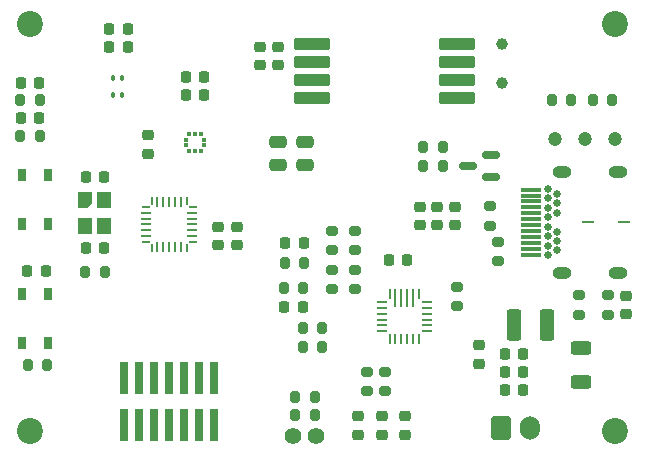
<source format=gbr>
%TF.GenerationSoftware,KiCad,Pcbnew,9.0.3*%
%TF.CreationDate,2025-07-30T22:19:27+08:00*%
%TF.ProjectId,airspeed_BIO,61697273-7065-4656-945f-42494f2e6b69,rev?*%
%TF.SameCoordinates,Original*%
%TF.FileFunction,Soldermask,Top*%
%TF.FilePolarity,Negative*%
%FSLAX46Y46*%
G04 Gerber Fmt 4.6, Leading zero omitted, Abs format (unit mm)*
G04 Created by KiCad (PCBNEW 9.0.3) date 2025-07-30 22:19:27*
%MOMM*%
%LPD*%
G01*
G04 APERTURE LIST*
G04 Aperture macros list*
%AMRoundRect*
0 Rectangle with rounded corners*
0 $1 Rounding radius*
0 $2 $3 $4 $5 $6 $7 $8 $9 X,Y pos of 4 corners*
0 Add a 4 corners polygon primitive as box body*
4,1,4,$2,$3,$4,$5,$6,$7,$8,$9,$2,$3,0*
0 Add four circle primitives for the rounded corners*
1,1,$1+$1,$2,$3*
1,1,$1+$1,$4,$5*
1,1,$1+$1,$6,$7*
1,1,$1+$1,$8,$9*
0 Add four rect primitives between the rounded corners*
20,1,$1+$1,$2,$3,$4,$5,0*
20,1,$1+$1,$4,$5,$6,$7,0*
20,1,$1+$1,$6,$7,$8,$9,0*
20,1,$1+$1,$8,$9,$2,$3,0*%
%AMOutline4P*
0 Free polygon, 4 corners , with rotation*
0 The origin of the aperture is its center*
0 number of corners: always 4*
0 $1 to $8 corner X, Y*
0 $9 Rotation angle, in degrees counterclockwise*
0 create outline with 4 corners*
4,1,4,$1,$2,$3,$4,$5,$6,$7,$8,$1,$2,$9*%
%AMOutline5P*
0 Free polygon, 5 corners , with rotation*
0 The origin of the aperture is its center*
0 number of corners: always 5*
0 $1 to $10 corner X, Y*
0 $11 Rotation angle, in degrees counterclockwise*
0 create outline with 5 corners*
4,1,5,$1,$2,$3,$4,$5,$6,$7,$8,$9,$10,$1,$2,$11*%
%AMOutline6P*
0 Free polygon, 6 corners , with rotation*
0 The origin of the aperture is its center*
0 number of corners: always 6*
0 $1 to $12 corner X, Y*
0 $13 Rotation angle, in degrees counterclockwise*
0 create outline with 6 corners*
4,1,6,$1,$2,$3,$4,$5,$6,$7,$8,$9,$10,$11,$12,$1,$2,$13*%
%AMOutline7P*
0 Free polygon, 7 corners , with rotation*
0 The origin of the aperture is its center*
0 number of corners: always 7*
0 $1 to $14 corner X, Y*
0 $15 Rotation angle, in degrees counterclockwise*
0 create outline with 7 corners*
4,1,7,$1,$2,$3,$4,$5,$6,$7,$8,$9,$10,$11,$12,$13,$14,$1,$2,$15*%
%AMOutline8P*
0 Free polygon, 8 corners , with rotation*
0 The origin of the aperture is its center*
0 number of corners: always 8*
0 $1 to $16 corner X, Y*
0 $17 Rotation angle, in degrees counterclockwise*
0 create outline with 8 corners*
4,1,8,$1,$2,$3,$4,$5,$6,$7,$8,$9,$10,$11,$12,$13,$14,$15,$16,$1,$2,$17*%
%AMFreePoly0*
4,1,14,0.230680,0.111820,0.364320,-0.021820,0.377500,-0.053640,0.377500,-0.080000,0.364320,-0.111820,0.332500,-0.125000,-0.332500,-0.125000,-0.364320,-0.111820,-0.377500,-0.080000,-0.377500,0.080000,-0.364320,0.111820,-0.332500,0.125000,0.198860,0.125000,0.230680,0.111820,0.230680,0.111820,$1*%
%AMFreePoly1*
4,1,14,0.364320,0.111820,0.377500,0.080000,0.377500,0.053640,0.364320,0.021820,0.230680,-0.111820,0.198860,-0.125000,-0.332500,-0.125000,-0.364320,-0.111820,-0.377500,-0.080000,-0.377500,0.080000,-0.364320,0.111820,-0.332500,0.125000,0.332500,0.125000,0.364320,0.111820,0.364320,0.111820,$1*%
%AMFreePoly2*
4,1,14,0.111820,0.364320,0.125000,0.332500,0.125000,-0.332500,0.111820,-0.364320,0.080000,-0.377500,-0.080000,-0.377500,-0.111820,-0.364320,-0.125000,-0.332500,-0.125000,0.198860,-0.111820,0.230680,0.021820,0.364320,0.053640,0.377500,0.080000,0.377500,0.111820,0.364320,0.111820,0.364320,$1*%
%AMFreePoly3*
4,1,14,-0.021820,0.364320,0.111820,0.230680,0.125000,0.198860,0.125000,-0.332500,0.111820,-0.364320,0.080000,-0.377500,-0.080000,-0.377500,-0.111820,-0.364320,-0.125000,-0.332500,-0.125000,0.332500,-0.111820,0.364320,-0.080000,0.377500,-0.053640,0.377500,-0.021820,0.364320,-0.021820,0.364320,$1*%
%AMFreePoly4*
4,1,14,0.364320,0.111820,0.377500,0.080000,0.377500,-0.080000,0.364320,-0.111820,0.332500,-0.125000,-0.198860,-0.125000,-0.230680,-0.111820,-0.364320,0.021820,-0.377500,0.053640,-0.377500,0.080000,-0.364320,0.111820,-0.332500,0.125000,0.332500,0.125000,0.364320,0.111820,0.364320,0.111820,$1*%
%AMFreePoly5*
4,1,14,0.364320,0.111820,0.377500,0.080000,0.377500,-0.080000,0.364320,-0.111820,0.332500,-0.125000,-0.332500,-0.125000,-0.364320,-0.111820,-0.377500,-0.080000,-0.377500,-0.053640,-0.364320,-0.021820,-0.230680,0.111820,-0.198860,0.125000,0.332500,0.125000,0.364320,0.111820,0.364320,0.111820,$1*%
%AMFreePoly6*
4,1,14,0.111820,0.364320,0.125000,0.332500,0.125000,-0.198860,0.111820,-0.230680,-0.021820,-0.364320,-0.053640,-0.377500,-0.080000,-0.377500,-0.111820,-0.364320,-0.125000,-0.332500,-0.125000,0.332500,-0.111820,0.364320,-0.080000,0.377500,0.080000,0.377500,0.111820,0.364320,0.111820,0.364320,$1*%
%AMFreePoly7*
4,1,14,0.111820,0.364320,0.125000,0.332500,0.125000,-0.332500,0.111820,-0.364320,0.080000,-0.377500,0.053640,-0.377500,0.021820,-0.364320,-0.111820,-0.230680,-0.125000,-0.198860,-0.125000,0.332500,-0.111820,0.364320,-0.080000,0.377500,0.080000,0.377500,0.111820,0.364320,0.111820,0.364320,$1*%
G04 Aperture macros list end*
%ADD10RoundRect,0.200000X0.200000X0.275000X-0.200000X0.275000X-0.200000X-0.275000X0.200000X-0.275000X0*%
%ADD11RoundRect,0.200000X0.275000X-0.200000X0.275000X0.200000X-0.275000X0.200000X-0.275000X-0.200000X0*%
%ADD12RoundRect,0.225000X0.225000X0.250000X-0.225000X0.250000X-0.225000X-0.250000X0.225000X-0.250000X0*%
%ADD13RoundRect,0.225000X-0.250000X0.225000X-0.250000X-0.225000X0.250000X-0.225000X0.250000X0.225000X0*%
%ADD14C,2.200000*%
%ADD15RoundRect,0.200000X-0.275000X0.200000X-0.275000X-0.200000X0.275000X-0.200000X0.275000X0.200000X0*%
%ADD16RoundRect,0.250000X-0.475000X0.250000X-0.475000X-0.250000X0.475000X-0.250000X0.475000X0.250000X0*%
%ADD17RoundRect,0.200000X-0.200000X-0.275000X0.200000X-0.275000X0.200000X0.275000X-0.200000X0.275000X0*%
%ADD18RoundRect,0.225000X0.250000X-0.225000X0.250000X0.225000X-0.250000X0.225000X-0.250000X-0.225000X0*%
%ADD19R,1.700000X0.300000*%
%ADD20C,0.650000*%
%ADD21O,1.600000X1.000000*%
%ADD22R,1.000000X0.200000*%
%ADD23R,0.375000X0.350000*%
%ADD24R,0.350000X0.375000*%
%ADD25Outline5P,-0.700000X0.575000X0.355000X0.575000X0.700000X0.230000X0.700000X-0.575000X-0.700000X-0.575000X270.000000*%
%ADD26R,1.150000X1.400000*%
%ADD27RoundRect,0.250000X-0.600000X-0.750000X0.600000X-0.750000X0.600000X0.750000X-0.600000X0.750000X0*%
%ADD28O,1.700000X2.000000*%
%ADD29RoundRect,0.218750X-0.218750X-0.256250X0.218750X-0.256250X0.218750X0.256250X-0.218750X0.256250X0*%
%ADD30C,1.400000*%
%ADD31R,0.650000X1.050000*%
%ADD32C,1.000000*%
%ADD33RoundRect,0.218750X-0.256250X0.218750X-0.256250X-0.218750X0.256250X-0.218750X0.256250X0.218750X0*%
%ADD34C,1.200000*%
%ADD35RoundRect,0.150000X0.587500X0.150000X-0.587500X0.150000X-0.587500X-0.150000X0.587500X-0.150000X0*%
%ADD36RoundRect,0.225000X-0.225000X-0.250000X0.225000X-0.250000X0.225000X0.250000X-0.225000X0.250000X0*%
%ADD37RoundRect,0.218750X0.218750X0.256250X-0.218750X0.256250X-0.218750X-0.256250X0.218750X-0.256250X0*%
%ADD38RoundRect,0.150000X1.400000X0.350000X-1.400000X0.350000X-1.400000X-0.350000X1.400000X-0.350000X0*%
%ADD39Outline5P,-0.400000X0.125000X0.300000X0.125000X0.400000X0.025000X0.400000X-0.125000X-0.400000X-0.125000X0.000000*%
%ADD40Outline4P,-0.400000X0.125000X0.400000X0.125000X0.400000X-0.125000X-0.400000X-0.125000X0.000000*%
%ADD41Outline5P,-0.400000X0.125000X0.400000X0.125000X0.400000X-0.025000X0.300000X-0.125000X-0.400000X-0.125000X0.000000*%
%ADD42Outline5P,-0.125000X0.300000X-0.025000X0.400000X0.125000X0.400000X0.125000X-0.400000X-0.125000X-0.400000X0.000000*%
%ADD43Outline4P,-0.125000X0.400000X0.125000X0.400000X0.125000X-0.400000X-0.125000X-0.400000X0.000000*%
%ADD44Outline5P,-0.125000X0.400000X0.025000X0.400000X0.125000X0.300000X0.125000X-0.400000X-0.125000X-0.400000X0.000000*%
%ADD45Outline5P,-0.400000X0.125000X0.400000X0.125000X0.400000X-0.125000X-0.300000X-0.125000X-0.400000X-0.025000X0.000000*%
%ADD46Outline5P,-0.400000X0.025000X-0.300000X0.125000X0.400000X0.125000X0.400000X-0.125000X-0.400000X-0.125000X0.000000*%
%ADD47Outline5P,-0.125000X0.400000X0.125000X0.400000X0.125000X-0.300000X0.025000X-0.400000X-0.125000X-0.400000X0.000000*%
%ADD48Outline4P,-0.125000X0.750000X0.125000X0.750000X0.125000X-0.750000X-0.125000X-0.750000X0.000000*%
%ADD49Outline5P,-0.125000X0.400000X0.125000X0.400000X0.125000X-0.400000X-0.025000X-0.400000X-0.125000X-0.300000X0.000000*%
%ADD50R,0.650000X2.760000*%
%ADD51FreePoly0,0.000000*%
%ADD52RoundRect,0.062500X-0.375000X-0.062500X0.375000X-0.062500X0.375000X0.062500X-0.375000X0.062500X0*%
%ADD53FreePoly1,0.000000*%
%ADD54FreePoly2,0.000000*%
%ADD55RoundRect,0.062500X-0.062500X-0.375000X0.062500X-0.375000X0.062500X0.375000X-0.062500X0.375000X0*%
%ADD56FreePoly3,0.000000*%
%ADD57FreePoly4,0.000000*%
%ADD58FreePoly5,0.000000*%
%ADD59FreePoly6,0.000000*%
%ADD60FreePoly7,0.000000*%
%ADD61RoundRect,0.250000X-0.375000X-1.075000X0.375000X-1.075000X0.375000X1.075000X-0.375000X1.075000X0*%
%ADD62RoundRect,0.045000X0.105000X-0.205000X0.105000X0.205000X-0.105000X0.205000X-0.105000X-0.205000X0*%
%ADD63RoundRect,0.250000X-0.625000X0.312500X-0.625000X-0.312500X0.625000X-0.312500X0.625000X0.312500X0*%
G04 APERTURE END LIST*
D10*
%TO.C,R8*%
X132950000Y-73450000D03*
X131300000Y-73450000D03*
%TD*%
D11*
%TO.C,R6*%
X123600000Y-82200000D03*
X123600000Y-80550000D03*
%TD*%
D12*
%TO.C,C23*%
X104275000Y-82000000D03*
X102725000Y-82000000D03*
%TD*%
D13*
%TO.C,C20*%
X108000000Y-72450000D03*
X108000000Y-74000000D03*
%TD*%
%TO.C,C26*%
X113910000Y-80225000D03*
X113910000Y-81775000D03*
%TD*%
D14*
%TO.C,H1*%
X147500000Y-63000000D03*
%TD*%
D15*
%TO.C,R7*%
X134200000Y-85275000D03*
X134200000Y-86925000D03*
%TD*%
D13*
%TO.C,C21*%
X117500000Y-64950000D03*
X117500000Y-66500000D03*
%TD*%
D12*
%TO.C,C19*%
X106275000Y-63470000D03*
X104725000Y-63470000D03*
%TD*%
D16*
%TO.C,C27*%
X121290000Y-73050000D03*
X121290000Y-74950000D03*
%TD*%
D17*
%TO.C,R10*%
X119500000Y-85400000D03*
X121150000Y-85400000D03*
%TD*%
D18*
%TO.C,C2*%
X132482500Y-80075000D03*
X132482500Y-78525000D03*
%TD*%
D19*
%TO.C,J1*%
X140400000Y-82550000D03*
X140400000Y-82050000D03*
X140400000Y-81550000D03*
X140400000Y-81050000D03*
X140400000Y-80550000D03*
X140400000Y-80050000D03*
X140400000Y-79550000D03*
X140400000Y-79050000D03*
X140400000Y-78550000D03*
X140400000Y-78050000D03*
X140400000Y-77550000D03*
X140400000Y-77050000D03*
D20*
X141900000Y-77000000D03*
X142600000Y-77400000D03*
X142600000Y-78200000D03*
X141900000Y-78600000D03*
X142600000Y-79000000D03*
X141900000Y-79400000D03*
X141900000Y-80200000D03*
X142600000Y-80600000D03*
X141900000Y-81000000D03*
X142600000Y-81400000D03*
X142600000Y-82200000D03*
X141900000Y-82600000D03*
D21*
X143050000Y-84070000D03*
X147780000Y-84070000D03*
D20*
X141900000Y-81800000D03*
D22*
X145230000Y-79800000D03*
X148330000Y-79800000D03*
D20*
X141900000Y-77800000D03*
D21*
X143050000Y-75530000D03*
X147780000Y-75530000D03*
%TD*%
D14*
%TO.C,H3*%
X98000000Y-63000000D03*
%TD*%
D23*
%TO.C,U3*%
X111240000Y-72810000D03*
X111240000Y-73310000D03*
D24*
X111500000Y-73820000D03*
X112000000Y-73820000D03*
X112500000Y-73820000D03*
D23*
X112760000Y-73310000D03*
X112760000Y-72810000D03*
D24*
X112500000Y-72300000D03*
X112000000Y-72300000D03*
X111500000Y-72300000D03*
%TD*%
D25*
%TO.C,Y1*%
X102700000Y-77900000D03*
D26*
X102700000Y-80100000D03*
X104300000Y-80100000D03*
X104300000Y-77900000D03*
%TD*%
D27*
%TO.C,J3*%
X137850000Y-97250000D03*
D28*
X140350000Y-97250000D03*
%TD*%
D12*
%TO.C,C10*%
X139775000Y-94000000D03*
X138225000Y-94000000D03*
%TD*%
D29*
%TO.C,RLED2*%
X97212500Y-68000000D03*
X98787500Y-68000000D03*
%TD*%
D30*
%TO.C,TH1*%
X120295000Y-97900000D03*
X122195000Y-97900000D03*
%TD*%
D16*
%TO.C,C28*%
X119000000Y-73050000D03*
X119000000Y-74950000D03*
%TD*%
D13*
%TO.C,C6*%
X136000000Y-90225000D03*
X136000000Y-91775000D03*
%TD*%
D31*
%TO.C,SW3*%
X97350000Y-80000000D03*
X97350000Y-75850000D03*
X99500000Y-80000000D03*
X99500000Y-75850000D03*
%TD*%
D17*
%TO.C,R9*%
X121100000Y-90400000D03*
X122750000Y-90400000D03*
%TD*%
D10*
%TO.C,R25*%
X147325000Y-69500000D03*
X145675000Y-69500000D03*
%TD*%
D32*
%TO.C,TP2*%
X138000000Y-64700000D03*
%TD*%
D33*
%TO.C,D2*%
X129800000Y-96212500D03*
X129800000Y-97787500D03*
%TD*%
D13*
%TO.C,C18*%
X119010000Y-64950000D03*
X119010000Y-66500000D03*
%TD*%
D34*
%TO.C,SW1*%
X142442500Y-72800000D03*
X144982500Y-72800000D03*
X147522500Y-72800000D03*
%TD*%
D17*
%TO.C,R20*%
X119575000Y-83300000D03*
X121225000Y-83300000D03*
%TD*%
D35*
%TO.C,Q1*%
X137000000Y-76000000D03*
X137000000Y-74100000D03*
X135125000Y-75050000D03*
%TD*%
D11*
%TO.C,R3*%
X123600000Y-85500000D03*
X123600000Y-83850000D03*
%TD*%
D13*
%TO.C,C14*%
X148512500Y-86025000D03*
X148512500Y-87575000D03*
%TD*%
D10*
%TO.C,R29*%
X98825000Y-72500000D03*
X97175000Y-72500000D03*
%TD*%
%TO.C,R26*%
X104325000Y-84000000D03*
X102675000Y-84000000D03*
%TD*%
D36*
%TO.C,C17*%
X111225000Y-69060000D03*
X112775000Y-69060000D03*
%TD*%
D13*
%TO.C,C25*%
X115500000Y-80225000D03*
X115500000Y-81775000D03*
%TD*%
D12*
%TO.C,C11*%
X139775000Y-92490000D03*
X138225000Y-92490000D03*
%TD*%
D32*
%TO.C,TP1*%
X138000000Y-68000000D03*
%TD*%
D37*
%TO.C,RLED1*%
X121210000Y-81596000D03*
X119635000Y-81596000D03*
%TD*%
D33*
%TO.C,D3*%
X127800000Y-96212500D03*
X127800000Y-97787500D03*
%TD*%
D36*
%TO.C,C15*%
X111225000Y-67500000D03*
X112775000Y-67500000D03*
%TD*%
D11*
%TO.C,R22*%
X144482500Y-87625000D03*
X144482500Y-85975000D03*
%TD*%
D10*
%TO.C,R27*%
X99450000Y-91925000D03*
X97800000Y-91925000D03*
%TD*%
D12*
%TO.C,C12*%
X139775000Y-91000000D03*
X138225000Y-91000000D03*
%TD*%
D15*
%TO.C,R13*%
X128100000Y-92475000D03*
X128100000Y-94125000D03*
%TD*%
D10*
%TO.C,R4*%
X132950000Y-75050000D03*
X131300000Y-75050000D03*
%TD*%
D17*
%TO.C,R14*%
X120470000Y-96095000D03*
X122120000Y-96095000D03*
%TD*%
D38*
%TO.C,U4*%
X134130000Y-69285000D03*
X134130000Y-67765000D03*
X134130000Y-66245000D03*
X134130000Y-64725000D03*
X121870000Y-64725000D03*
X121870000Y-66245000D03*
X121870000Y-67765000D03*
X121870000Y-69285000D03*
%TD*%
D39*
%TO.C,U1*%
X127800000Y-86550000D03*
D40*
X127800000Y-87050000D03*
X127800000Y-87550000D03*
X127800000Y-88050000D03*
X127800000Y-88550000D03*
D41*
X127800000Y-89050000D03*
D42*
X128450000Y-89700000D03*
D43*
X128950000Y-89700000D03*
X129450000Y-89700000D03*
X129950000Y-89700000D03*
X130450000Y-89700000D03*
D44*
X130950000Y-89700000D03*
D45*
X131600000Y-89050000D03*
D40*
X131600000Y-88550000D03*
X131600000Y-88050000D03*
X131600000Y-87550000D03*
X131600000Y-87050000D03*
D46*
X131600000Y-86550000D03*
D47*
X130950000Y-85900000D03*
D48*
X130450000Y-86250000D03*
X129950000Y-86250000D03*
X129450000Y-86250000D03*
X128950000Y-86250000D03*
D49*
X128450000Y-85900000D03*
%TD*%
D50*
%TO.C,J2*%
X106000000Y-97000000D03*
X106000000Y-92960000D03*
X107270000Y-97000000D03*
X107270000Y-92960000D03*
X108540000Y-97000000D03*
X108540000Y-92960000D03*
X109810000Y-97000000D03*
X109810000Y-92960000D03*
X111080000Y-97000000D03*
X111080000Y-92960000D03*
X112350000Y-97000000D03*
X112350000Y-92960000D03*
X113620000Y-97000000D03*
X113620000Y-92960000D03*
%TD*%
D15*
%TO.C,R21*%
X146982500Y-85975000D03*
X146982500Y-87625000D03*
%TD*%
D36*
%TO.C,C22*%
X102725000Y-76000000D03*
X104275000Y-76000000D03*
%TD*%
D51*
%TO.C,U6*%
X107802500Y-78500000D03*
D52*
X107862500Y-79000000D03*
X107862500Y-79500000D03*
X107862500Y-80000000D03*
X107862500Y-80500000D03*
X107862500Y-81000000D03*
D53*
X107802500Y-81500000D03*
D54*
X108300000Y-81997500D03*
D55*
X108800000Y-81937500D03*
X109300000Y-81937500D03*
X109800000Y-81937500D03*
X110300000Y-81937500D03*
X110800000Y-81937500D03*
D56*
X111300000Y-81997500D03*
D57*
X111797500Y-81500000D03*
D52*
X111737500Y-81000000D03*
X111737500Y-80500000D03*
X111737500Y-80000000D03*
X111737500Y-79500000D03*
X111737500Y-79000000D03*
D58*
X111797500Y-78500000D03*
D59*
X111300000Y-78002500D03*
D55*
X110800000Y-78062500D03*
X110300000Y-78062500D03*
X109800000Y-78062500D03*
X109300000Y-78062500D03*
X108800000Y-78062500D03*
D60*
X108300000Y-78002500D03*
%TD*%
D14*
%TO.C,H4*%
X147500000Y-97500000D03*
%TD*%
D10*
%TO.C,R24*%
X143825000Y-69500000D03*
X142175000Y-69500000D03*
%TD*%
D12*
%TO.C,C4*%
X129950000Y-83000000D03*
X128400000Y-83000000D03*
%TD*%
D11*
%TO.C,R2*%
X125500000Y-85500000D03*
X125500000Y-83850000D03*
%TD*%
D18*
%TO.C,C1*%
X130992500Y-80075000D03*
X130992500Y-78525000D03*
%TD*%
D29*
%TO.C,YLED1*%
X97212500Y-71000000D03*
X98787500Y-71000000D03*
%TD*%
D36*
%TO.C,C5*%
X119550000Y-87000000D03*
X121100000Y-87000000D03*
%TD*%
D11*
%TO.C,R1*%
X136982500Y-80125000D03*
X136982500Y-78475000D03*
%TD*%
%TO.C,R23*%
X137600000Y-83125000D03*
X137600000Y-81475000D03*
%TD*%
D31*
%TO.C,SW2*%
X97350000Y-90000000D03*
X97350000Y-85850000D03*
X99500000Y-90000000D03*
X99500000Y-85850000D03*
%TD*%
D18*
%TO.C,C3*%
X133992500Y-80075000D03*
X133992500Y-78525000D03*
%TD*%
D61*
%TO.C,L1*%
X139000000Y-88500000D03*
X141800000Y-88500000D03*
%TD*%
D10*
%TO.C,R16*%
X122120000Y-94600000D03*
X120470000Y-94600000D03*
%TD*%
D14*
%TO.C,H2*%
X98000000Y-97500000D03*
%TD*%
D10*
%TO.C,R28*%
X98825000Y-69500000D03*
X97175000Y-69500000D03*
%TD*%
D62*
%TO.C,U5*%
X105000000Y-69000000D03*
X105800000Y-69000000D03*
X105800000Y-67600000D03*
X105000000Y-67600000D03*
%TD*%
D17*
%TO.C,R11*%
X121100000Y-88800000D03*
X122750000Y-88800000D03*
%TD*%
D12*
%TO.C,C24*%
X99325000Y-83925000D03*
X97775000Y-83925000D03*
%TD*%
D15*
%TO.C,R12*%
X126500000Y-92475000D03*
X126500000Y-94125000D03*
%TD*%
D11*
%TO.C,R5*%
X125500000Y-82200000D03*
X125500000Y-80550000D03*
%TD*%
D63*
%TO.C,R15*%
X144700000Y-90437500D03*
X144700000Y-93362500D03*
%TD*%
D33*
%TO.C,D1*%
X125800000Y-96212500D03*
X125800000Y-97787500D03*
%TD*%
D12*
%TO.C,C16*%
X106275000Y-65000000D03*
X104725000Y-65000000D03*
%TD*%
M02*

</source>
